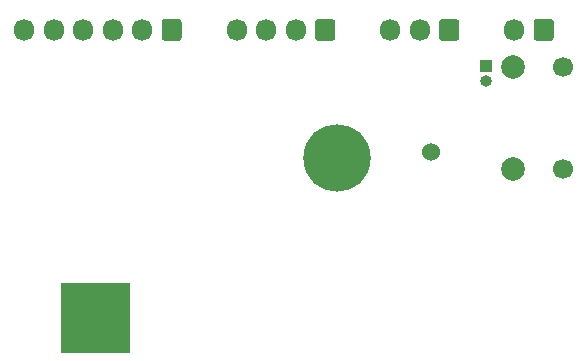
<source format=gbr>
%TF.GenerationSoftware,KiCad,Pcbnew,(5.1.9-0-10_14)*%
%TF.CreationDate,2021-05-03T16:41:58+01:00*%
%TF.ProjectId,Access,41636365-7373-42e6-9b69-6361645f7063,1*%
%TF.SameCoordinates,Original*%
%TF.FileFunction,Soldermask,Bot*%
%TF.FilePolarity,Negative*%
%FSLAX46Y46*%
G04 Gerber Fmt 4.6, Leading zero omitted, Abs format (unit mm)*
G04 Created by KiCad (PCBNEW (5.1.9-0-10_14)) date 2021-05-03 16:41:58*
%MOMM*%
%LPD*%
G01*
G04 APERTURE LIST*
%ADD10C,0.100000*%
%ADD11C,0.500000*%
%ADD12C,5.700000*%
%ADD13O,1.700000X1.850000*%
%ADD14C,1.700000*%
%ADD15C,2.000000*%
%ADD16O,1.000000X1.000000*%
%ADD17R,1.000000X1.000000*%
%ADD18C,1.524000*%
G04 APERTURE END LIST*
D10*
%TO.C,U7*%
G36*
X106100000Y-99900000D02*
G01*
X106100000Y-94100000D01*
X111900000Y-94100000D01*
X111900000Y-99900000D01*
X106100000Y-99900000D01*
G37*
X106100000Y-99900000D02*
X106100000Y-94100000D01*
X111900000Y-94100000D01*
X111900000Y-99900000D01*
X106100000Y-99900000D01*
%TD*%
D11*
%TO.C,H1*%
X129500000Y-81250000D03*
X127250000Y-83500000D03*
X129500000Y-85750000D03*
X131750000Y-83500000D03*
D12*
X129500000Y-83500000D03*
%TD*%
D13*
%TO.C,J3*%
X134000000Y-72650000D03*
X136500000Y-72650000D03*
G36*
G01*
X139850000Y-71975000D02*
X139850000Y-73325000D01*
G75*
G02*
X139600000Y-73575000I-250000J0D01*
G01*
X138400000Y-73575000D01*
G75*
G02*
X138150000Y-73325000I0J250000D01*
G01*
X138150000Y-71975000D01*
G75*
G02*
X138400000Y-71725000I250000J0D01*
G01*
X139600000Y-71725000D01*
G75*
G02*
X139850000Y-71975000I0J-250000D01*
G01*
G37*
%TD*%
%TO.C,J2*%
X144500000Y-72650000D03*
G36*
G01*
X147850000Y-71975000D02*
X147850000Y-73325000D01*
G75*
G02*
X147600000Y-73575000I-250000J0D01*
G01*
X146400000Y-73575000D01*
G75*
G02*
X146150000Y-73325000I0J250000D01*
G01*
X146150000Y-71975000D01*
G75*
G02*
X146400000Y-71725000I250000J0D01*
G01*
X147600000Y-71725000D01*
G75*
G02*
X147850000Y-71975000I0J-250000D01*
G01*
G37*
%TD*%
%TO.C,J5*%
X103000000Y-72650000D03*
X105500000Y-72650000D03*
X108000000Y-72650000D03*
X110500000Y-72650000D03*
X113000000Y-72650000D03*
G36*
G01*
X116350000Y-71975000D02*
X116350000Y-73325000D01*
G75*
G02*
X116100000Y-73575000I-250000J0D01*
G01*
X114900000Y-73575000D01*
G75*
G02*
X114650000Y-73325000I0J250000D01*
G01*
X114650000Y-71975000D01*
G75*
G02*
X114900000Y-71725000I250000J0D01*
G01*
X116100000Y-71725000D01*
G75*
G02*
X116350000Y-71975000I0J-250000D01*
G01*
G37*
%TD*%
%TO.C,J4*%
X121000000Y-72650000D03*
X123500000Y-72650000D03*
X126000000Y-72650000D03*
G36*
G01*
X129350000Y-71975000D02*
X129350000Y-73325000D01*
G75*
G02*
X129100000Y-73575000I-250000J0D01*
G01*
X127900000Y-73575000D01*
G75*
G02*
X127650000Y-73325000I0J250000D01*
G01*
X127650000Y-71975000D01*
G75*
G02*
X127900000Y-71725000I250000J0D01*
G01*
X129100000Y-71725000D01*
G75*
G02*
X129350000Y-71975000I0J-250000D01*
G01*
G37*
%TD*%
D14*
%TO.C,J1*%
X148605000Y-75775000D03*
X148605000Y-84425000D03*
D15*
X144425000Y-75775000D03*
X144425000Y-84425000D03*
%TD*%
D16*
%TO.C,JP1*%
X142100000Y-76970000D03*
D17*
X142100000Y-75700000D03*
%TD*%
D18*
%TO.C,U6*%
X137500000Y-83000000D03*
%TD*%
M02*

</source>
